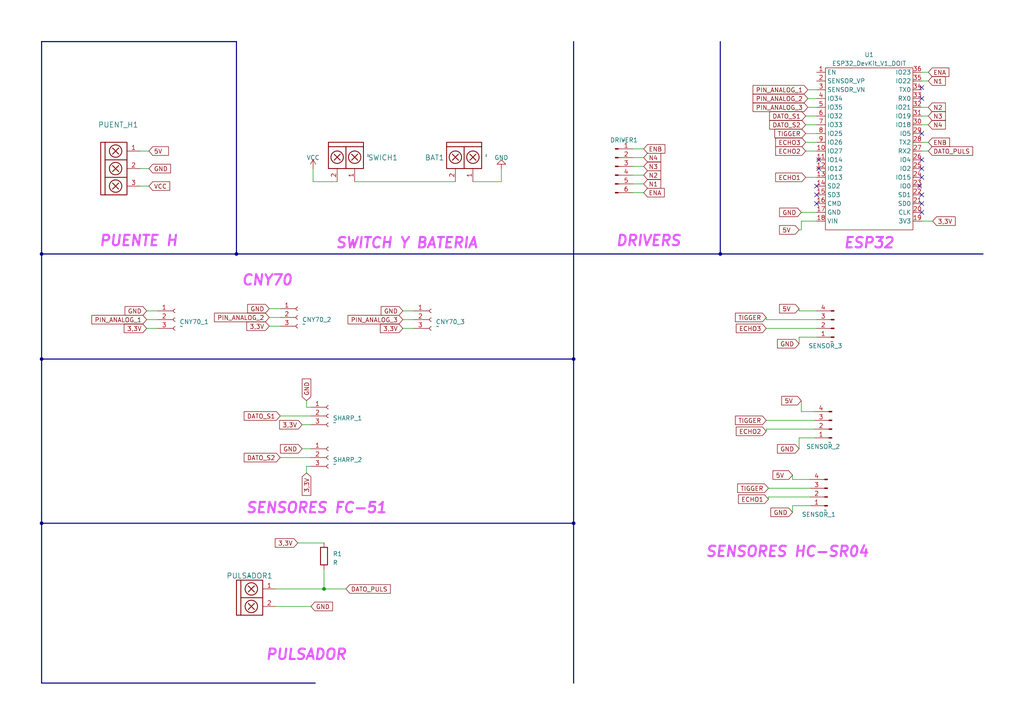
<source format=kicad_sch>
(kicad_sch (version 20230121) (generator eeschema)
  (paper "A4")
  (title_block (title "BENDER") (date "2023-05-03") (company "RDR") (comment 1 "Aguero Thiago") (comment 2 "Calizaya Joaquina") (comment 3 "Casas Damian") (comment 4 "Fariña Jorge"))
  (lib_symbols
    (symbol "Connector:Conn_01x03_Socket" (pin_names (offset 1.016) hide)
      (property "Reference" "J" (at 0 5.08 0))
      (property "Value" "Conn_01x03_Socket" (at 0 -5.08 0))
      (symbol "Conn_01x03_Socket_1_1"
        (arc (start 0 -2.032) (mid -0.5058 -2.54) (end 0 -3.048) (stroke (width 0.1524)))
        (polyline (pts (xy -1.27 -2.54) (xy -0.508 -2.54)) (stroke (width 0.1524)))
        (polyline (pts (xy -1.27 0) (xy -0.508 0)) (stroke (width 0.1524)))
        (polyline (pts (xy -1.27 2.54) (xy -0.508 2.54)) (stroke (width 0.1524)))
        (arc (start 0 0.508) (mid -0.5058 0) (end 0 -0.508) (stroke (width 0.1524)))
        (arc (start 0 3.048) (mid -0.5058 2.54) (end 0 2.032) (stroke (width 0.1524)))
        (pin passive line (at -5.08 2.54 0) (length 3.81) (name "Pin_1") (number "1"))
        (pin passive line (at -5.08 0 0) (length 3.81) (name "Pin_2") (number "2"))
        (pin passive line (at -5.08 -2.54 0) (length 3.81) (name "Pin_3") (number "3"))
      )
    )
    (symbol "Connector:Conn_01x04_Pin" (pin_names (offset 1.016) hide)
      (property "Reference" "J" (at 0 5.08 0))
      (property "Value" "Conn_01x04_Pin" (at 0 -7.62 0))
      (symbol "Conn_01x04_Pin_1_1"
        (polyline (pts (xy 1.27 -5.08) (xy 0.8636 -5.08)) (stroke (width 0.1524)))
        (polyline (pts (xy 1.27 -2.54) (xy 0.8636 -2.54)) (stroke (width 0.1524)))
        (polyline (pts (xy 1.27 0) (xy 0.8636 0)) (stroke (width 0.1524)))
        (polyline (pts (xy 1.27 2.54) (xy 0.8636 2.54)) (stroke (width 0.1524)))
        (rectangle (start 0.8636 -4.953) (end 0 -5.207) (stroke (width 0.1524)) (fill (type outline)))
        (rectangle (start 0.8636 -2.413) (end 0 -2.667) (stroke (width 0.1524)) (fill (type outline)))
        (rectangle (start 0.8636 0.127) (end 0 -0.127) (stroke (width 0.1524)) (fill (type outline)))
        (rectangle (start 0.8636 2.667) (end 0 2.413) (stroke (width 0.1524)) (fill (type outline)))
        (pin passive line (at 5.08 2.54 180) (length 3.81) (name "Pin_1") (number "1"))
        (pin passive line (at 5.08 0 180) (length 3.81) (name "Pin_2") (number "2"))
        (pin passive line (at 5.08 -2.54 180) (length 3.81) (name "Pin_3") (number "3"))
        (pin passive line (at 5.08 -5.08 180) (length 3.81) (name "Pin_4") (number "4"))
      )
    )
    (symbol "Connector:Conn_01x06_Pin" (pin_names (offset 1.016) hide)
      (property "Reference" "J" (at 0 7.62 0))
      (property "Value" "Conn_01x06_Pin" (at 0 -10.16 0))
      (symbol "Conn_01x06_Pin_1_1"
        (polyline (pts (xy 1.27 -7.62) (xy 0.8636 -7.62)) (stroke (width 0.1524)))
        (polyline (pts (xy 1.27 -5.08) (xy 0.8636 -5.08)) (stroke (width 0.1524)))
        (polyline (pts (xy 1.27 -2.54) (xy 0.8636 -2.54)) (stroke (width 0.1524)))
        (polyline (pts (xy 1.27 0) (xy 0.8636 0)) (stroke (width 0.1524)))
        (polyline (pts (xy 1.27 2.54) (xy 0.8636 2.54)) (stroke (width 0.1524)))
        (polyline (pts (xy 1.27 5.08) (xy 0.8636 5.08)) (stroke (width 0.1524)))
        (rectangle (start 0.8636 -7.493) (end 0 -7.747) (stroke (width 0.1524)) (fill (type outline)))
        (rectangle (start 0.8636 -4.953) (end 0 -5.207) (stroke (width 0.1524)) (fill (type outline)))
        (rectangle (start 0.8636 -2.413) (end 0 -2.667) (stroke (width 0.1524)) (fill (type outline)))
        (rectangle (start 0.8636 0.127) (end 0 -0.127) (stroke (width 0.1524)) (fill (type outline)))
        (rectangle (start 0.8636 2.667) (end 0 2.413) (stroke (width 0.1524)) (fill (type outline)))
        (rectangle (start 0.8636 5.207) (end 0 4.953) (stroke (width 0.1524)) (fill (type outline)))
        (pin passive line (at 5.08 5.08 180) (length 3.81) (name "Pin_1") (number "1"))
        (pin passive line (at 5.08 2.54 180) (length 3.81) (name "Pin_2") (number "2"))
        (pin passive line (at 5.08 0 180) (length 3.81) (name "Pin_3") (number "3"))
        (pin passive line (at 5.08 -2.54 180) (length 3.81) (name "Pin_4") (number "4"))
        (pin passive line (at 5.08 -5.08 180) (length 3.81) (name "Pin_5") (number "5"))
        (pin passive line (at 5.08 -7.62 180) (length 3.81) (name "Pin_6") (number "6"))
      )
    )
    (symbol "Device:R" (pin_numbers hide) (pin_names (offset 0))
      (property "Reference" "R" (at 2.032 0 90))
      (property "Value" "R" (at 0 0 90))
      (symbol "R_0_1"
        (rectangle (start -1.016 -2.54) (end 1.016 2.54) (stroke (width 0.254)))
      )
      (symbol "R_1_1"
        (pin passive line (at 0 3.81 270) (length 1.27) (name "~") (number "1"))
        (pin passive line (at 0 -3.81 90) (length 1.27) (name "~") (number "2"))
      )
    )
    (symbol "EESTN5:ESP32_DevKit_V1_DOIT"
      (property "Reference" "U" (at -11.43 34.29 0))
      (property "Value" "ESP32_DevKit_V1_DOIT" (at 11.43 34.29 0))
      (symbol "ESP32_DevKit_V1_DOIT_0_0"
        (pin bidirectional line (at 15.24 25.4 180) (length 2.54) (name "TX0") (number "34"))
        (pin bidirectional line (at 15.24 27.94 180) (length 2.54) (name "IO22") (number "35"))
        (pin bidirectional line (at 15.24 30.48 180) (length 2.54) (name "IO23") (number "36"))
      )
      (symbol "ESP32_DevKit_V1_DOIT_0_1"
        (rectangle (start -12.7 31.75) (end 12.7 -15.24))
      )
      (symbol "ESP32_DevKit_V1_DOIT_1_1"
        (pin input line (at -15.24 30.48 0) (length 2.54) (name "EN") (number "1"))
        (pin bidirectional line (at -15.24 7.62 0) (length 2.54) (name "IO27") (number "10"))
        (pin bidirectional line (at -15.24 5.08 0) (length 2.54) (name "IO14") (number "11"))
        (pin bidirectional line (at -15.24 2.54 0) (length 2.54) (name "IO12") (number "12"))
        (pin bidirectional line (at -15.24 0 0) (length 2.54) (name "IO13") (number "13"))
        (pin bidirectional line (at -15.24 -2.54 0) (length 2.54) (name "SD2") (number "14"))
        (pin bidirectional line (at -15.24 -5.08 0) (length 2.54) (name "SD3") (number "15"))
        (pin bidirectional line (at -15.24 -7.62 0) (length 2.54) (name "CMD") (number "16"))
        (pin power_in line (at -15.24 -10.16 0) (length 2.54) (name "GND") (number "17"))
        (pin power_in line (at -15.24 -12.7 0) (length 2.54) (name "VIN") (number "18"))
        (pin power_in line (at 15.24 -12.7 180) (length 2.54) (name "3V3") (number "19"))
        (pin input line (at -15.24 27.94 0) (length 2.54) (name "SENSOR_VP") (number "2"))
        (pin bidirectional line (at 15.24 -10.16 180) (length 2.54) (name "CLK") (number "20"))
        (pin bidirectional line (at 15.24 -7.62 180) (length 2.54) (name "SD0") (number "21"))
        (pin bidirectional line (at 15.24 -5.08 180) (length 2.54) (name "SD1") (number "22"))
        (pin bidirectional line (at 15.24 -2.54 180) (length 2.54) (name "IO0") (number "23"))
        (pin bidirectional line (at 15.24 0 180) (length 2.54) (name "IO15") (number "24"))
        (pin bidirectional line (at 15.24 2.54 180) (length 2.54) (name "IO2") (number "25"))
        (pin bidirectional line (at 15.24 5.08 180) (length 2.54) (name "IO4") (number "26"))
        (pin bidirectional line (at 15.24 7.62 180) (length 2.54) (name "RX2") (number "27"))
        (pin bidirectional line (at 15.24 10.16 180) (length 2.54) (name "TX2") (number "28"))
        (pin bidirectional line (at 15.24 12.7 180) (length 2.54) (name "IO5") (number "29"))
        (pin input line (at -15.24 25.4 0) (length 2.54) (name "SENSOR_VN") (number "3"))
        (pin bidirectional line (at 15.24 15.24 180) (length 2.54) (name "IO18") (number "30"))
        (pin bidirectional line (at 15.24 17.78 180) (length 2.54) (name "IO19") (number "31"))
        (pin bidirectional line (at 15.24 20.32 180) (length 2.54) (name "IO21") (number "32"))
        (pin bidirectional line (at 15.24 22.86 180) (length 2.54) (name "RX0") (number "33"))
        (pin input line (at -15.24 22.86 0) (length 2.54) (name "IO34") (number "4"))
        (pin input line (at -15.24 20.32 0) (length 2.54) (name "IO35") (number "5"))
        (pin bidirectional line (at -15.24 17.78 0) (length 2.54) (name "IO32") (number "6"))
        (pin bidirectional line (at -15.24 15.24 0) (length 2.54) (name "IO33") (number "7"))
        (pin bidirectional line (at -15.24 12.7 0) (length 2.54) (name "IO25") (number "8"))
        (pin bidirectional line (at -15.24 10.16 0) (length 2.54) (name "IO26") (number "9"))
      )
    )
    (symbol "EESTN5:TB_1X2" (pin_names (offset 1.016))
      (property "Reference" "J" (at 0 7.62 0))
      (property "Value" "TB_1X2" (at 1.27 -7.62 0))
      (symbol "TB_1X2_0_1"
        (rectangle (start -2.54 5.08) (end 5.08 -5.08) (stroke (width 0.254)))
        (polyline (pts (xy -1.27 0) (xy 5.08 0)) (stroke (width 0.254)))
        (polyline (pts (xy -1.27 5.08) (xy -1.27 -5.08)) (stroke (width 0.254)))
        (polyline (pts (xy 0.889 -3.429) (xy 2.667 -1.651)) (stroke (width 0.254)))
        (polyline (pts (xy 0.889 -1.651) (xy 2.667 -3.429)) (stroke (width 0.254)))
        (polyline (pts (xy 0.889 1.651) (xy 2.667 3.429)) (stroke (width 0.254)))
        (polyline (pts (xy 0.889 3.429) (xy 2.667 1.651)) (stroke (width 0.254)))
        (circle (center 1.778 -2.54) (radius 1.8034) (stroke (width 0.254)))
        (circle (center 1.778 2.54) (radius 1.8034) (stroke (width 0.254)))
      )
      (symbol "TB_1X2_1_1"
        (pin input line (at 8.89 2.54 180) (length 3.81) (name "~") (number "1"))
        (pin input line (at 8.89 -2.54 180) (length 3.81) (name "~") (number "2"))
      )
    )
    (symbol "EESTN5:TB_1X3" (pin_names (offset 1.016))
      (property "Reference" "J" (at 0 7.62 0))
      (property "Value" "TB_1X3" (at 1.27 -11.43 0))
      (symbol "TB_1X3_0_1"
        (rectangle (start -2.54 5.08) (end 5.08 -10.16) (stroke (width 0.254)))
        (polyline (pts (xy -1.27 -5.08) (xy 5.08 -5.08)) (stroke (width 0.254)))
        (polyline (pts (xy -1.27 0) (xy 5.08 0)) (stroke (width 0.254)))
        (polyline (pts (xy -1.27 5.08) (xy -1.27 -10.16)) (stroke (width 0.254)))
        (polyline (pts (xy 0.889 -8.509) (xy 2.667 -6.731)) (stroke (width 0.254)))
        (polyline (pts (xy 0.889 -6.731) (xy 2.667 -8.509)) (stroke (width 0.254)))
        (polyline (pts (xy 0.889 -3.429) (xy 2.667 -1.651)) (stroke (width 0.254)))
        (polyline (pts (xy 0.889 -1.651) (xy 2.667 -3.429)) (stroke (width 0.254)))
        (polyline (pts (xy 0.889 1.651) (xy 2.667 3.429)) (stroke (width 0.254)))
        (polyline (pts (xy 0.889 3.429) (xy 2.667 1.651)) (stroke (width 0.254)))
        (circle (center 1.778 -7.62) (radius 1.8034) (stroke (width 0.254)))
        (circle (center 1.778 -2.54) (radius 1.8034) (stroke (width 0.254)))
        (circle (center 1.778 2.54) (radius 1.8034) (stroke (width 0.254)))
      )
      (symbol "TB_1X3_1_1"
        (pin input line (at 8.89 2.54 180) (length 3.81) (name "~") (number "1"))
        (pin input line (at 8.89 -2.54 180) (length 3.81) (name "~") (number "2"))
        (pin input line (at 8.89 -7.62 180) (length 3.81) (name "~") (number "3"))
      )
    )
    (symbol "power:GND" (power) (pin_names (offset 0))
      (property "Value" "GND" (at 0 -3.81 0))
      (symbol "GND_0_1"
        (polyline (pts (xy 0 0) (xy 0 -1.27) (xy 1.27 -1.27) (xy 0 -2.54) (xy -1.27 -1.27) (xy 0 -1.27)))
      )
      (symbol "GND_1_1"
        (pin power_in line (at 0 0 270) (length 0) hide (name "GND") (number "1"))
      )
    )
    (symbol "power:VCC" (power) (pin_names (offset 0))
      (property "Value" "VCC" (at 0 3.81 0))
      (symbol "VCC_0_1"
        (polyline (pts (xy -0.762 1.27) (xy 0 2.54)))
        (polyline (pts (xy 0 0) (xy 0 2.54)))
        (polyline (pts (xy 0 2.54) (xy 0.762 1.27)))
      )
      (symbol "VCC_1_1"
        (pin power_in line (at 0 0 90) (length 0) hide (name "VCC") (number "1"))
      )
    )
  )
  (junction (at 166.37 104.14))
  (junction (at 208.915 73.66))
  (junction (at 166.37 151.765))
  (junction (at 12.065 104.14))
  (junction (at 12.065 73.66))
  (junction (at 93.98 170.815))
  (junction (at 12.065 151.765))
  (junction (at 68.58 73.66))
  (no_connect (at 267.335 28.575))
  (no_connect (at 237.49 48.895))
  (no_connect (at 236.855 56.515))
  (no_connect (at 267.335 48.895))
  (no_connect (at 267.335 25.4))
  (no_connect (at 236.855 59.055))
  (no_connect (at 267.335 51.435))
  (no_connect (at 267.335 38.735))
  (no_connect (at 237.49 46.355))
  (no_connect (at 267.335 61.595))
  (no_connect (at 267.335 46.355))
  (no_connect (at 267.335 59.055))
  (no_connect (at 236.855 53.975))
  (no_connect (at 266.7 53.975))
  (no_connect (at 267.335 56.515))
  (wire (pts (xy 78.105 92.075) (xy 81.28 92.075)))
  (wire (pts (xy 232.41 119.38) (xy 232.41 116.205)))
  (wire (pts (xy 88.9 116.205) (xy 88.9 118.11)))
  (wire (pts (xy 234.315 31.115) (xy 236.855 31.115)))
  (wire (pts (xy 232.41 66.675) (xy 232.41 64.135)))
  (wire (pts (xy 222.25 92.71) (xy 222.25 92.075)))
  (wire (pts (xy 233.68 43.815) (xy 236.855 43.815)))
  (wire (pts (xy 40.64 53.975) (xy 43.18 53.975)))
  (wire (pts (xy 42.545 92.71) (xy 45.72 92.71)))
  (wire (pts (xy 233.68 51.435) (xy 236.855 51.435)))
  (bus (pts (xy 166.37 151.765) (xy 166.37 198.12)))
  (bus (pts (xy 12.065 73.66) (xy 68.58 73.66)))
  (wire (pts (xy 267.335 33.655) (xy 269.24 33.655)))
  (wire (pts (xy 183.515 50.8) (xy 186.69 50.8)))
  (wire (pts (xy 78.105 89.535) (xy 81.28 89.535)))
  (wire (pts (xy 267.335 20.955) (xy 269.24 20.955)))
  (wire (pts (xy 116.84 92.71) (xy 120.015 92.71)))
  (wire (pts (xy 222.885 144.145) (xy 222.885 144.78)))
  (wire (pts (xy 234.315 26.035) (xy 236.855 26.035)))
  (wire (pts (xy 236.855 92.71) (xy 222.25 92.71)))
  (wire (pts (xy 90.805 48.895) (xy 90.805 52.705)))
  (wire (pts (xy 145.415 52.705) (xy 137.16 52.705)))
  (wire (pts (xy 93.98 170.815) (xy 100.33 170.815)))
  (wire (pts (xy 116.84 90.17) (xy 120.015 90.17)))
  (wire (pts (xy 88.9 135.255) (xy 90.17 135.255)))
  (wire (pts (xy 234.95 146.685) (xy 229.87 146.685)))
  (wire (pts (xy 42.545 90.17) (xy 45.72 90.17)))
  (bus (pts (xy 91.44 198.12) (xy 12.065 198.12)))
  (wire (pts (xy 229.87 148.59) (xy 229.87 146.685)))
  (wire (pts (xy 232.41 64.135) (xy 236.855 64.135)))
  (wire (pts (xy 80.01 175.895) (xy 90.17 175.895)))
  (wire (pts (xy 80.01 170.815) (xy 93.98 170.815)))
  (wire (pts (xy 88.9 137.16) (xy 88.9 135.255)))
  (wire (pts (xy 267.335 36.195) (xy 269.24 36.195)))
  (wire (pts (xy 145.415 52.705) (xy 145.415 48.895)))
  (wire (pts (xy 222.25 124.46) (xy 222.25 125.095)))
  (wire (pts (xy 183.515 55.88) (xy 186.69 55.88)))
  (bus (pts (xy 12.065 151.765) (xy 166.37 151.765)))
  (bus (pts (xy 166.37 104.14) (xy 166.37 151.765)))
  (wire (pts (xy 183.515 48.26) (xy 186.69 48.26)))
  (wire (pts (xy 102.87 52.705) (xy 132.08 52.705)))
  (wire (pts (xy 183.515 43.18) (xy 186.69 43.18)))
  (wire (pts (xy 81.28 132.715) (xy 90.17 132.715)))
  (wire (pts (xy 236.22 119.38) (xy 232.41 119.38)))
  (bus (pts (xy 12.065 104.14) (xy 12.065 151.765)))
  (wire (pts (xy 234.315 28.575) (xy 236.855 28.575)))
  (bus (pts (xy 12.065 12.065) (xy 68.58 12.065)))
  (wire (pts (xy 236.855 90.17) (xy 231.775 90.17)))
  (wire (pts (xy 40.64 48.895) (xy 43.18 48.895)))
  (bus (pts (xy 208.915 12.065) (xy 208.915 73.66)))
  (wire (pts (xy 234.95 139.065) (xy 229.87 139.065)))
  (wire (pts (xy 267.335 23.495) (xy 269.24 23.495)))
  (wire (pts (xy 229.87 139.065) (xy 229.87 137.795)))
  (bus (pts (xy 12.065 151.765) (xy 12.065 198.12)))
  (wire (pts (xy 233.68 38.735) (xy 236.855 38.735)))
  (wire (pts (xy 236.855 97.79) (xy 231.775 97.79)))
  (wire (pts (xy 231.775 127) (xy 236.22 127)))
  (wire (pts (xy 267.335 43.815) (xy 269.24 43.815)))
  (wire (pts (xy 234.95 144.145) (xy 222.885 144.145)))
  (wire (pts (xy 236.855 61.595) (xy 232.41 61.595)))
  (bus (pts (xy 208.915 73.66) (xy 285.115 73.66)))
  (wire (pts (xy 90.805 52.705) (xy 97.79 52.705)))
  (bus (pts (xy 68.58 73.66) (xy 208.915 73.66)))
  (wire (pts (xy 236.22 121.92) (xy 222.25 121.92)))
  (wire (pts (xy 183.515 45.72) (xy 186.69 45.72)))
  (wire (pts (xy 267.335 41.275) (xy 269.24 41.275)))
  (wire (pts (xy 231.775 90.17) (xy 231.775 89.535)))
  (wire (pts (xy 93.98 170.815) (xy 93.98 165.1)))
  (bus (pts (xy 12.065 104.14) (xy 166.37 104.14)))
  (wire (pts (xy 231.775 66.675) (xy 232.41 66.675)))
  (wire (pts (xy 183.515 53.34) (xy 186.69 53.34)))
  (wire (pts (xy 231.775 97.79) (xy 231.775 99.695)))
  (wire (pts (xy 233.68 33.655) (xy 236.855 33.655)))
  (wire (pts (xy 86.36 157.48) (xy 93.98 157.48)))
  (bus (pts (xy 12.065 12.065) (xy 12.065 73.66)))
  (wire (pts (xy 78.105 94.615) (xy 81.28 94.615)))
  (wire (pts (xy 40.64 43.815) (xy 43.18 43.815)))
  (wire (pts (xy 88.9 118.11) (xy 90.17 118.11)))
  (wire (pts (xy 236.855 95.25) (xy 222.25 95.25)))
  (wire (pts (xy 267.335 64.135) (xy 270.51 64.135)))
  (wire (pts (xy 233.68 36.195) (xy 236.855 36.195)))
  (bus (pts (xy 68.58 12.065) (xy 68.58 73.66)))
  (wire (pts (xy 87.63 123.19) (xy 90.17 123.19)))
  (bus (pts (xy 166.37 12.065) (xy 166.37 104.14)))
  (bus (pts (xy 12.065 73.66) (xy 12.065 104.14)))
  (wire (pts (xy 236.22 124.46) (xy 222.25 124.46)))
  (wire (pts (xy 233.68 41.275) (xy 236.855 41.275)))
  (wire (pts (xy 87.63 130.175) (xy 90.17 130.175)))
  (wire (pts (xy 231.775 130.175) (xy 231.775 127)))
  (wire (pts (xy 267.335 31.115) (xy 269.24 31.115)))
  (wire (pts (xy 234.95 141.605) (xy 222.885 141.605)))
  (wire (pts (xy 116.84 95.25) (xy 120.015 95.25)))
  (wire (pts (xy 81.28 120.65) (xy 90.17 120.65)))
  (wire (pts (xy 42.545 95.25) (xy 45.72 95.25)))
  (text "SENSORES FC-51" (at 71.12 149.225 0) (effects (font (size 3 3) bold italic) (justify left bottom)))
  (text "PUENTE H" (at 28.575 71.755 0) (effects (font (size 3 3) bold italic) (justify left bottom)))
  (text "PULSADOR" (at 76.835 191.77 0) (effects (font (size 3 3) bold italic) (justify left bottom)))
  (text "CNY70" (at 69.85 83.185 0) (effects (font (size 3 3) bold italic) (justify left bottom)))
  (text "DRIVERS" (at 178.435 71.755 0) (effects (font (size 3 3) bold italic) (justify left bottom)))
  (text "SWITCH Y BATERIA" (at 97.155 72.39 0) (effects (font (size 3 3) bold italic) (justify left bottom)))
  (text "SENSORES HC-SR04\n" (at 204.47 161.925 0) (effects (font (size 3 3) (thickness 0.6) bold italic) (justify left bottom)))
  (text "ESP32" (at 244.475 72.39 0) (effects (font (size 3 3) bold italic) (justify left bottom)))
  (global_label "3,3V" (shape input) (at 270.51 64.135 0) (property "Intersheetrefs" "${INTERSHEET_REFS}" (effects hide)))
  (global_label "GND" (shape input) (at 42.545 90.17 180) (property "Intersheetrefs" "${INTERSHEET_REFS}" (effects hide)))
  (global_label "5V " (shape input) (at 232.41 116.205 180) (property "Intersheetrefs" "${INTERSHEET_REFS}" (effects hide)))
  (global_label "DATO_S1" (shape input) (at 81.28 120.65 180) (property "Intersheetrefs" "${INTERSHEET_REFS}" (effects hide)))
  (global_label "GND" (shape input) (at 229.87 148.59 180) (property "Intersheetrefs" "${INTERSHEET_REFS}" (effects hide)))
  (global_label "N1" (shape input) (at 186.69 53.34 0) (property "Intersheetrefs" "${INTERSHEET_REFS}" (effects hide)))
  (global_label "ECHO2" (shape input) (at 222.25 125.095 180) (property "Intersheetrefs" "${INTERSHEET_REFS}" (effects hide)))
  (global_label "5V " (shape input) (at 231.775 89.535 180) (property "Intersheetrefs" "${INTERSHEET_REFS}" (effects hide)))
  (global_label "N3" (shape input) (at 269.24 33.655 0) (property "Intersheetrefs" "${INTERSHEET_REFS}" (effects hide)))
  (global_label "TIGGER" (shape input) (at 222.25 121.92 180) (property "Intersheetrefs" "${INTERSHEET_REFS}" (effects hide)))
  (global_label "GND" (shape input) (at 231.775 99.695 180) (property "Intersheetrefs" "${INTERSHEET_REFS}" (effects hide)))
  (global_label "5V " (shape input) (at 231.775 66.675 180) (property "Intersheetrefs" "${INTERSHEET_REFS}" (effects hide)))
  (global_label "PIN_ANALOG_3" (shape input) (at 234.315 31.115 180) (property "Intersheetrefs" "${INTERSHEET_REFS}" (effects hide)))
  (global_label "VCC" (shape input) (at 43.18 53.975 0) (property "Intersheetrefs" "${INTERSHEET_REFS}" (effects hide)))
  (global_label "ECHO3" (shape input) (at 233.68 41.275 180) (property "Intersheetrefs" "${INTERSHEET_REFS}" (effects hide)))
  (global_label "ENB" (shape input) (at 186.69 43.18 0) (property "Intersheetrefs" "${INTERSHEET_REFS}" (effects hide)))
  (global_label "N4" (shape input) (at 186.69 45.72 0) (property "Intersheetrefs" "${INTERSHEET_REFS}" (effects hide)))
  (global_label "3,3V" (shape input) (at 86.36 157.48 180) (property "Intersheetrefs" "${INTERSHEET_REFS}" (effects hide)))
  (global_label "DATO_PULS" (shape input) (at 100.33 170.815 0) (property "Intersheetrefs" "${INTERSHEET_REFS}" (effects hide)))
  (global_label "GND" (shape input) (at 116.84 90.17 180) (property "Intersheetrefs" "${INTERSHEET_REFS}" (effects hide)))
  (global_label "N1" (shape input) (at 269.24 23.495 0) (property "Intersheetrefs" "${INTERSHEET_REFS}" (effects hide)))
  (global_label "ENA" (shape input) (at 269.24 20.955 0) (property "Intersheetrefs" "${INTERSHEET_REFS}" (effects hide)))
  (global_label "GND" (shape input) (at 78.105 89.535 180) (property "Intersheetrefs" "${INTERSHEET_REFS}" (effects hide)))
  (global_label "TIGGER" (shape input) (at 222.25 92.075 180) (property "Intersheetrefs" "${INTERSHEET_REFS}" (effects hide)))
  (global_label "DATO_S1" (shape input) (at 233.68 33.655 180) (property "Intersheetrefs" "${INTERSHEET_REFS}" (effects hide)))
  (global_label "3,3V" (shape input) (at 78.105 94.615 180) (property "Intersheetrefs" "${INTERSHEET_REFS}" (effects hide)))
  (global_label "GND" (shape input) (at 43.18 48.895 0) (property "Intersheetrefs" "${INTERSHEET_REFS}" (effects hide)))
  (global_label "PIN_ANALOG_1" (shape input) (at 234.315 26.035 180) (property "Intersheetrefs" "${INTERSHEET_REFS}" (effects hide)))
  (global_label "GND" (shape input) (at 232.41 61.595 180) (property "Intersheetrefs" "${INTERSHEET_REFS}" (effects hide)))
  (global_label "GND" (shape input) (at 88.9 116.205 90) (property "Intersheetrefs" "${INTERSHEET_REFS}" (effects hide)))
  (global_label "DATO_PULS" (shape input) (at 269.24 43.815 0) (property "Intersheetrefs" "${INTERSHEET_REFS}" (effects hide)))
  (global_label "GND" (shape input) (at 90.17 175.895 0) (property "Intersheetrefs" "${INTERSHEET_REFS}" (effects hide)))
  (global_label "ECHO2" (shape input) (at 233.68 43.815 180) (property "Intersheetrefs" "${INTERSHEET_REFS}" (effects hide)))
  (global_label "TIGGER" (shape input) (at 233.68 38.735 180) (property "Intersheetrefs" "${INTERSHEET_REFS}" (effects hide)))
  (global_label "N2" (shape input) (at 186.69 50.8 0) (property "Intersheetrefs" "${INTERSHEET_REFS}" (effects hide)))
  (global_label "5V " (shape input) (at 229.87 137.795 180) (property "Intersheetrefs" "${INTERSHEET_REFS}" (effects hide)))
  (global_label "PIN_ANALOG_2" (shape input) (at 234.315 28.575 180) (property "Intersheetrefs" "${INTERSHEET_REFS}" (effects hide)))
  (global_label "3,3V" (shape input) (at 116.84 95.25 180) (property "Intersheetrefs" "${INTERSHEET_REFS}" (effects hide)))
  (global_label "ENA" (shape input) (at 186.69 55.88 0) (property "Intersheetrefs" "${INTERSHEET_REFS}" (effects hide)))
  (global_label "ECHO3" (shape input) (at 222.25 95.25 180) (property "Intersheetrefs" "${INTERSHEET_REFS}" (effects hide)))
  (global_label "DATO_S2" (shape input) (at 233.68 36.195 180) (property "Intersheetrefs" "${INTERSHEET_REFS}" (effects hide)))
  (global_label "N4" (shape input) (at 269.24 36.195 0) (property "Intersheetrefs" "${INTERSHEET_REFS}" (effects hide)))
  (global_label "DATO_S2" (shape input) (at 81.28 132.715 180) (property "Intersheetrefs" "${INTERSHEET_REFS}" (effects hide)))
  (global_label "PIN_ANALOG_2" (shape input) (at 78.105 92.075 180) (property "Intersheetrefs" "${INTERSHEET_REFS}" (effects hide)))
  (global_label "ENB" (shape input) (at 269.24 41.275 0) (property "Intersheetrefs" "${INTERSHEET_REFS}" (effects hide)))
  (global_label "TIGGER" (shape input) (at 222.885 141.605 180) (property "Intersheetrefs" "${INTERSHEET_REFS}" (effects hide)))
  (global_label "ECHO1" (shape input) (at 222.885 144.78 180) (property "Intersheetrefs" "${INTERSHEET_REFS}" (effects hide)))
  (global_label "3,3V" (shape input) (at 87.63 123.19 180) (property "Intersheetrefs" "${INTERSHEET_REFS}" (effects hide)))
  (global_label "GND" (shape input) (at 231.775 130.175 180) (property "Intersheetrefs" "${INTERSHEET_REFS}" (effects hide)))
  (global_label "PIN_ANALOG_3" (shape input) (at 116.84 92.71 180) (property "Intersheetrefs" "${INTERSHEET_REFS}" (effects hide)))
  (global_label "3,3V" (shape input) (at 42.545 95.25 180) (property "Intersheetrefs" "${INTERSHEET_REFS}" (effects hide)))
  (global_label "3,3V" (shape input) (at 88.9 137.16 270) (property "Intersheetrefs" "${INTERSHEET_REFS}" (effects hide)))
  (global_label "N3" (shape input) (at 186.69 48.26 0) (property "Intersheetrefs" "${INTERSHEET_REFS}" (effects hide)))
  (global_label "ECHO1" (shape input) (at 233.68 51.435 180) (property "Intersheetrefs" "${INTERSHEET_REFS}" (effects hide)))
  (global_label "N2" (shape input) (at 269.24 31.115 0) (property "Intersheetrefs" "${INTERSHEET_REFS}" (effects hide)))
  (global_label "5V " (shape input) (at 43.18 43.815 0) (property "Intersheetrefs" "${INTERSHEET_REFS}" (effects hide)))
  (global_label "PIN_ANALOG_1" (shape input) (at 42.545 92.71 180) (property "Intersheetrefs" "${INTERSHEET_REFS}" (effects hide)))
  (global_label "GND" (shape input) (at 87.63 130.175 180) (property "Intersheetrefs" "${INTERSHEET_REFS}" (effects hide)))
  (symbol (lib_id "power:VCC") (at 90.805 48.895 0) (unit 1)
    (property "Reference" "#PWR02" (effects hide))
    (property "Value" "VCC" (at 90.805 45.72 0))
  )
  (symbol (lib_id "power:GND") (at 145.415 48.895 180) (unit 1)
    (property "Reference" "#PWR03" (effects hide))
    (property "Value" "GND" (at 145.415 45.72 0))
  )
  (symbol (lib_id "Connector:Conn_01x04_Pin") (at 240.03 144.145 180) (unit 1)
    (property "Reference" "SENSOR_1" (at 237.49 149.225 0))
    (property "Value" "~" (at 239.395 147.955 0))
    (property "Footprint" "EESTN5:Pin_Header_Angled_1x04" (effects hide))
  )
  (symbol (lib_id "Connector:Conn_01x03_Socket") (at 95.25 120.65 0) (unit 1)
    (property "Reference" "SHARP_1" (at 96.52 121.285 0) (effects (justify left)))
    (property "Value" "~" (at 96.52 122.555 0) (effects (justify left)))
    (property "Footprint" "EESTN5:Pin_Header_3" (effects hide))
  )
  (symbol (lib_id "EESTN5:ESP32_DevKit_V1_DOIT") (at 252.095 51.435 0) (unit 1)
    (property "Reference" "U1" (at 252.095 15.875 0))
    (property "Value" "ESP32_DevKit_V1_DOIT" (at 252.095 18.415 0))
    (property "Footprint" "EESTN5:ESP32_DEVKIT_V1_DOIT" (effects hide))
  )
  (symbol (lib_id "Connector:Conn_01x06_Pin") (at 178.435 48.26 0) (unit 1)
    (property "Reference" "DRIVER1" (at 180.975 40.64 0))
    (property "Value" "~" (at 180.975 40.64 0))
    (property "Footprint" "EESTN5:Pin_Header_6" (effects hide))
  )
  (symbol (lib_id "Device:R") (at 93.98 161.29 0) (unit 1)
    (property "Reference" "R1" (at 96.52 160.655 0) (effects (justify left)))
    (property "Value" "R" (at 96.52 163.195 0) (effects (justify left)))
    (property "Footprint" "EESTN5:RES0.2" (effects hide))
  )
  (symbol (lib_id "Connector:Conn_01x03_Socket") (at 50.8 92.71 0) (unit 1)
    (property "Reference" "CNY70_1" (at 52.07 93.345 0) (effects (justify left)))
    (property "Value" "~" (at 52.07 94.615 0) (effects (justify left)))
    (property "Footprint" "EESTN5:Pin_Header_3" (effects hide))
  )
  (symbol (lib_id "Connector:Conn_01x03_Socket") (at 95.25 132.715 0) (unit 1)
    (property "Reference" "SHARP_2" (at 96.52 133.35 0) (effects (justify left)))
    (property "Value" "~" (at 96.52 134.62 0) (effects (justify left)))
    (property "Footprint" "EESTN5:Pin_Header_3" (effects hide))
  )
  (symbol (lib_id "EESTN5:TB_1X2") (at 71.12 173.355 0) (unit 1)
    (property "Reference" "PULSADOR1" (at 72.39 167.005 0) (effects (font (size 1.524 1.524))))
    (property "Value" "~" (at 72.39 167.005 0) (effects (font (size 1.524 1.524))))
    (property "Footprint" "EESTN5:BORNERA2" (effects hide))
  )
  (symbol (lib_id "Connector:Conn_01x04_Pin") (at 241.935 95.25 180) (unit 1)
    (property "Reference" "SENSOR_3" (at 239.395 100.33 0))
    (property "Value" "~" (at 241.3 99.06 0))
    (property "Footprint" "EESTN5:Pin_Header_Angled_1x04" (effects hide))
  )
  (symbol (lib_id "EESTN5:TB_1X3") (at 31.75 46.355 0) (unit 1)
    (property "Reference" "PUENT_H1" (at 34.29 36.195 0) (effects (font (size 1.524 1.524))))
    (property "Value" "\\" (effects hide))
    (property "Footprint" "EESTN5:BORNERA3" (effects hide))
  )
  (symbol (lib_id "Connector:Conn_01x03_Socket") (at 125.095 92.71 0) (unit 1)
    (property "Reference" "CNY70_3" (at 126.365 93.345 0) (effects (justify left)))
    (property "Value" "~" (at 126.365 94.615 0) (effects (justify left)))
    (property "Footprint" "EESTN5:Pin_Header_3" (effects hide))
  )
  (symbol (lib_id "EESTN5:TB_1X2") (at 100.33 43.815 270) (unit 1)
    (property "Reference" "SWICH1" (at 106.68 45.72 90) (effects (font (size 1.524 1.524)) (justify left)))
    (property "Value" "~" (at 106.68 45.085 0) (effects (font (size 1.524 1.524))))
    (property "Footprint" "EESTN5:BORNERA2" (effects hide))
  )
  (symbol (lib_id "Connector:Conn_01x04_Pin") (at 241.3 124.46 180) (unit 1)
    (property "Reference" "SENSOR_2" (at 238.76 129.54 0))
    (property "Value" "~" (at 240.665 128.27 0))
    (property "Footprint" "EESTN5:Pin_Header_Angled_1x04" (effects hide))
  )
  (symbol (lib_id "EESTN5:TB_1X2") (at 134.62 43.815 270) (unit 1)
    (property "Reference" "BAT1" (at 123.19 45.72 90) (effects (font (size 1.524 1.524)) (justify left)))
    (property "Value" "~" (at 140.97 45.085 0) (effects (font (size 1.524 1.524))))
    (property "Footprint" "EESTN5:BORNERA2" (effects hide))
  )
  (symbol (lib_id "Connector:Conn_01x03_Socket") (at 86.36 92.075 0) (unit 1)
    (property "Reference" "CNY70_2" (at 87.63 92.71 0) (effects (justify left)))
    (property "Value" "~" (at 87.63 93.98 0) (effects (justify left)))
    (property "Footprint" "EESTN5:Pin_Header_3" (effects hide))
  )
)
</source>
